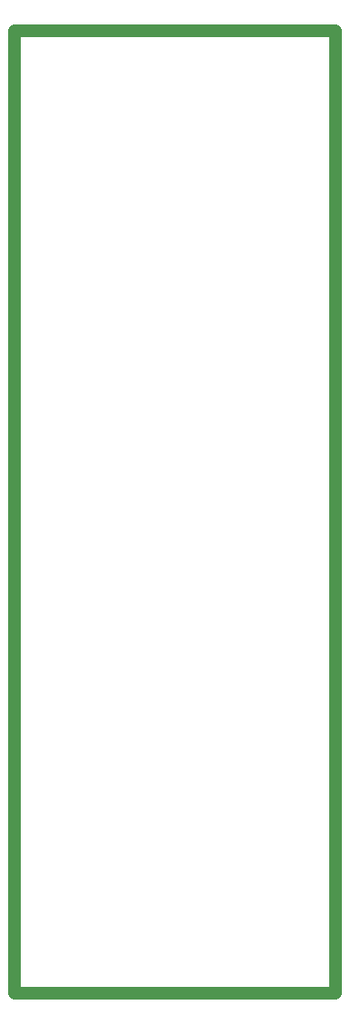
<source format=gbr>
%TF.GenerationSoftware,KiCad,Pcbnew,5.1.6-c6e7f7d~87~ubuntu20.04.1*%
%TF.CreationDate,2022-06-06T22:59:29+02:00*%
%TF.ProjectId,interface_up_left_side_arm,696e7465-7266-4616-9365-5f75705f6c65,rev?*%
%TF.SameCoordinates,PX7fa96a8PY7022770*%
%TF.FileFunction,Profile,NP*%
%FSLAX46Y46*%
G04 Gerber Fmt 4.6, Leading zero omitted, Abs format (unit mm)*
G04 Created by KiCad (PCBNEW 5.1.6-c6e7f7d~87~ubuntu20.04.1) date 2022-06-06 22:59:29*
%MOMM*%
%LPD*%
G01*
G04 APERTURE LIST*
%TA.AperFunction,Profile*%
%ADD10C,1.200000*%
%TD*%
G04 APERTURE END LIST*
D10*
X30025520Y-18800D02*
X25520Y-18800D01*
X30025520Y-18800D02*
X30025520Y89981200D01*
X25520Y89981200D02*
X30025520Y89981200D01*
X25520Y-18800D02*
X25520Y89981200D01*
M02*

</source>
